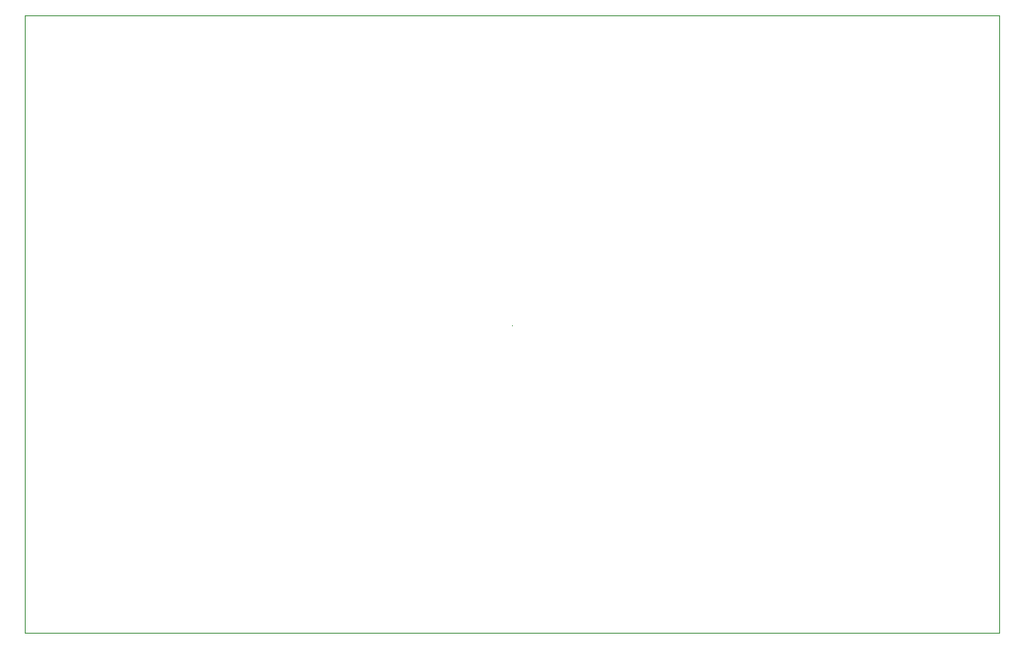
<source format=gbr>
G04 (created by PCBNEW (2013-07-07 BZR 4022)-stable) date 2015/05/31 23:09:02*
%MOIN*%
G04 Gerber Fmt 3.4, Leading zero omitted, Abs format*
%FSLAX34Y34*%
G01*
G70*
G90*
G04 APERTURE LIST*
%ADD10C,0.00590551*%
%ADD11C,0.00393701*%
G04 APERTURE END LIST*
G54D10*
G54D11*
X56000Y-26586D02*
G75*
G03X56000Y-26586I0J0D01*
G74*
G01*
X55999Y-26586D02*
X56000Y-26586D01*
X56000Y-26585D02*
X56000Y-26587D01*
X75000Y-38600D02*
X75000Y-38500D01*
X37000Y-38600D02*
X75000Y-38600D01*
X37000Y-38500D02*
X37000Y-38600D01*
X37000Y-14500D02*
X37000Y-38500D01*
X75000Y-14500D02*
X37000Y-14500D01*
X75000Y-38500D02*
X75000Y-14500D01*
M02*

</source>
